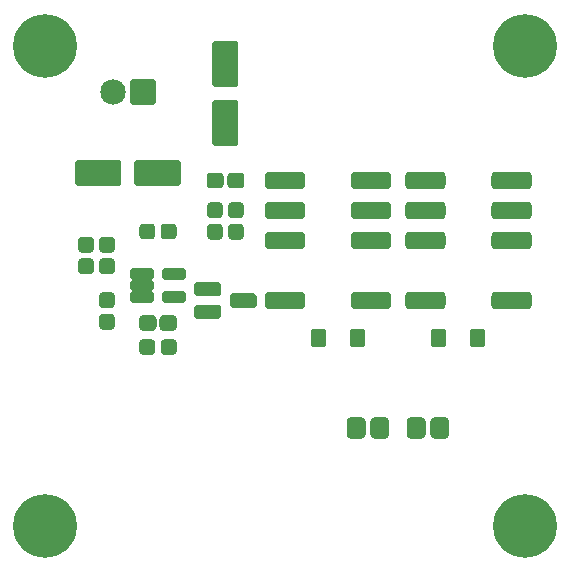
<source format=gts>
%TF.GenerationSoftware,KiCad,Pcbnew,(5.1.10)-1*%
%TF.CreationDate,2021-10-30T21:19:33-04:00*%
%TF.ProjectId,Z_Brake,5a5f4272-616b-4652-9e6b-696361645f70,rev?*%
%TF.SameCoordinates,Original*%
%TF.FileFunction,Soldermask,Top*%
%TF.FilePolarity,Negative*%
%FSLAX46Y46*%
G04 Gerber Fmt 4.6, Leading zero omitted, Abs format (unit mm)*
G04 Created by KiCad (PCBNEW (5.1.10)-1) date 2021-10-30 21:19:33*
%MOMM*%
%LPD*%
G01*
G04 APERTURE LIST*
%ADD10C,5.400000*%
%ADD11C,2.155000*%
G04 APERTURE END LIST*
%TO.C,RV1*%
G36*
G01*
X91240000Y-111828332D02*
X91240000Y-112961668D01*
G75*
G02*
X90906668Y-113295000I-333332J0D01*
G01*
X89973332Y-113295000D01*
G75*
G02*
X89640000Y-112961668I0J333332D01*
G01*
X89640000Y-111828332D01*
G75*
G02*
X89973332Y-111495000I333332J0D01*
G01*
X90906668Y-111495000D01*
G75*
G02*
X91240000Y-111828332I0J-333332D01*
G01*
G37*
G36*
G01*
X93240000Y-111828332D02*
X93240000Y-112961668D01*
G75*
G02*
X92906668Y-113295000I-333332J0D01*
G01*
X91973332Y-113295000D01*
G75*
G02*
X91640000Y-112961668I0J333332D01*
G01*
X91640000Y-111828332D01*
G75*
G02*
X91973332Y-111495000I333332J0D01*
G01*
X92906668Y-111495000D01*
G75*
G02*
X93240000Y-111828332I0J-333332D01*
G01*
G37*
%TD*%
%TO.C,RV2*%
G36*
G01*
X88160000Y-111828332D02*
X88160000Y-112961668D01*
G75*
G02*
X87826668Y-113295000I-333332J0D01*
G01*
X86893332Y-113295000D01*
G75*
G02*
X86560000Y-112961668I0J333332D01*
G01*
X86560000Y-111828332D01*
G75*
G02*
X86893332Y-111495000I333332J0D01*
G01*
X87826668Y-111495000D01*
G75*
G02*
X88160000Y-111828332I0J-333332D01*
G01*
G37*
G36*
G01*
X86160000Y-111828332D02*
X86160000Y-112961668D01*
G75*
G02*
X85826668Y-113295000I-333332J0D01*
G01*
X84893332Y-113295000D01*
G75*
G02*
X84560000Y-112961668I0J333332D01*
G01*
X84560000Y-111828332D01*
G75*
G02*
X84893332Y-111495000I333332J0D01*
G01*
X85826668Y-111495000D01*
G75*
G02*
X86160000Y-111828332I0J-333332D01*
G01*
G37*
%TD*%
%TO.C,C1*%
G36*
G01*
X70180000Y-103167500D02*
X70180000Y-103842500D01*
G75*
G02*
X69842500Y-104180000I-337500J0D01*
G01*
X69042500Y-104180000D01*
G75*
G02*
X68705000Y-103842500I0J337500D01*
G01*
X68705000Y-103167500D01*
G75*
G02*
X69042500Y-102830000I337500J0D01*
G01*
X69842500Y-102830000D01*
G75*
G02*
X70180000Y-103167500I0J-337500D01*
G01*
G37*
G36*
G01*
X68455000Y-103167500D02*
X68455000Y-103842500D01*
G75*
G02*
X68117500Y-104180000I-337500J0D01*
G01*
X67317500Y-104180000D01*
G75*
G02*
X66980000Y-103842500I0J337500D01*
G01*
X66980000Y-103167500D01*
G75*
G02*
X67317500Y-102830000I337500J0D01*
G01*
X68117500Y-102830000D01*
G75*
G02*
X68455000Y-103167500I0J-337500D01*
G01*
G37*
%TD*%
%TO.C,D1*%
G36*
G01*
X66590000Y-91705000D02*
X66590000Y-89905000D01*
G75*
G02*
X66790000Y-89705000I200000J0D01*
G01*
X70290000Y-89705000D01*
G75*
G02*
X70490000Y-89905000I0J-200000D01*
G01*
X70490000Y-91705000D01*
G75*
G02*
X70290000Y-91905000I-200000J0D01*
G01*
X66790000Y-91905000D01*
G75*
G02*
X66590000Y-91705000I0J200000D01*
G01*
G37*
G36*
G01*
X61590000Y-91705000D02*
X61590000Y-89905000D01*
G75*
G02*
X61790000Y-89705000I200000J0D01*
G01*
X65290000Y-89705000D01*
G75*
G02*
X65490000Y-89905000I0J-200000D01*
G01*
X65490000Y-91705000D01*
G75*
G02*
X65290000Y-91905000I-200000J0D01*
G01*
X61790000Y-91905000D01*
G75*
G02*
X61590000Y-91705000I0J200000D01*
G01*
G37*
%TD*%
%TO.C,D2*%
G36*
G01*
X92980000Y-104175000D02*
X92980000Y-105375000D01*
G75*
G02*
X92780000Y-105575000I-200000J0D01*
G01*
X91880000Y-105575000D01*
G75*
G02*
X91680000Y-105375000I0J200000D01*
G01*
X91680000Y-104175000D01*
G75*
G02*
X91880000Y-103975000I200000J0D01*
G01*
X92780000Y-103975000D01*
G75*
G02*
X92980000Y-104175000I0J-200000D01*
G01*
G37*
G36*
G01*
X96280000Y-104175000D02*
X96280000Y-105375000D01*
G75*
G02*
X96080000Y-105575000I-200000J0D01*
G01*
X95180000Y-105575000D01*
G75*
G02*
X94980000Y-105375000I0J200000D01*
G01*
X94980000Y-104175000D01*
G75*
G02*
X95180000Y-103975000I200000J0D01*
G01*
X96080000Y-103975000D01*
G75*
G02*
X96280000Y-104175000I0J-200000D01*
G01*
G37*
%TD*%
%TO.C,D3*%
G36*
G01*
X86120000Y-104175000D02*
X86120000Y-105375000D01*
G75*
G02*
X85920000Y-105575000I-200000J0D01*
G01*
X85020000Y-105575000D01*
G75*
G02*
X84820000Y-105375000I0J200000D01*
G01*
X84820000Y-104175000D01*
G75*
G02*
X85020000Y-103975000I200000J0D01*
G01*
X85920000Y-103975000D01*
G75*
G02*
X86120000Y-104175000I0J-200000D01*
G01*
G37*
G36*
G01*
X82820000Y-104175000D02*
X82820000Y-105375000D01*
G75*
G02*
X82620000Y-105575000I-200000J0D01*
G01*
X81720000Y-105575000D01*
G75*
G02*
X81520000Y-105375000I0J200000D01*
G01*
X81520000Y-104175000D01*
G75*
G02*
X81720000Y-103975000I200000J0D01*
G01*
X82620000Y-103975000D01*
G75*
G02*
X82820000Y-104175000I0J-200000D01*
G01*
G37*
%TD*%
%TO.C,D4*%
G36*
G01*
X72695000Y-91777500D02*
X72695000Y-91102500D01*
G75*
G02*
X73032500Y-90765000I337500J0D01*
G01*
X73807500Y-90765000D01*
G75*
G02*
X74145000Y-91102500I0J-337500D01*
G01*
X74145000Y-91777500D01*
G75*
G02*
X73807500Y-92115000I-337500J0D01*
G01*
X73032500Y-92115000D01*
G75*
G02*
X72695000Y-91777500I0J337500D01*
G01*
G37*
G36*
G01*
X74445000Y-91777500D02*
X74445000Y-91102500D01*
G75*
G02*
X74782500Y-90765000I337500J0D01*
G01*
X75557500Y-90765000D01*
G75*
G02*
X75895000Y-91102500I0J-337500D01*
G01*
X75895000Y-91777500D01*
G75*
G02*
X75557500Y-92115000I-337500J0D01*
G01*
X74782500Y-92115000D01*
G75*
G02*
X74445000Y-91777500I0J337500D01*
G01*
G37*
%TD*%
%TO.C,D5*%
G36*
G01*
X75195000Y-88524000D02*
X73395000Y-88524000D01*
G75*
G02*
X73195000Y-88324000I0J200000D01*
G01*
X73195000Y-84824000D01*
G75*
G02*
X73395000Y-84624000I200000J0D01*
G01*
X75195000Y-84624000D01*
G75*
G02*
X75395000Y-84824000I0J-200000D01*
G01*
X75395000Y-88324000D01*
G75*
G02*
X75195000Y-88524000I-200000J0D01*
G01*
G37*
G36*
G01*
X75195000Y-83524000D02*
X73395000Y-83524000D01*
G75*
G02*
X73195000Y-83324000I0J200000D01*
G01*
X73195000Y-79824000D01*
G75*
G02*
X73395000Y-79624000I200000J0D01*
G01*
X75195000Y-79624000D01*
G75*
G02*
X75395000Y-79824000I0J-200000D01*
G01*
X75395000Y-83324000D01*
G75*
G02*
X75195000Y-83524000I-200000J0D01*
G01*
G37*
%TD*%
D10*
%TO.C,MH1*%
X59055000Y-80010000D03*
%TD*%
%TO.C,MH2*%
X99695000Y-80010000D03*
%TD*%
%TO.C,MH3*%
X59055000Y-120650000D03*
%TD*%
%TO.C,MH4*%
X99695000Y-120650000D03*
%TD*%
%TO.C,P2*%
G36*
G01*
X66232500Y-84822500D02*
X66232500Y-83067500D01*
G75*
G02*
X66432500Y-82867500I200000J0D01*
G01*
X68187500Y-82867500D01*
G75*
G02*
X68387500Y-83067500I0J-200000D01*
G01*
X68387500Y-84822500D01*
G75*
G02*
X68187500Y-85022500I-200000J0D01*
G01*
X66432500Y-85022500D01*
G75*
G02*
X66232500Y-84822500I0J200000D01*
G01*
G37*
D11*
X64770000Y-83945000D03*
%TD*%
%TO.C,Q1*%
G36*
G01*
X71645000Y-101050000D02*
X71645000Y-100250000D01*
G75*
G02*
X71845000Y-100050000I200000J0D01*
G01*
X73745000Y-100050000D01*
G75*
G02*
X73945000Y-100250000I0J-200000D01*
G01*
X73945000Y-101050000D01*
G75*
G02*
X73745000Y-101250000I-200000J0D01*
G01*
X71845000Y-101250000D01*
G75*
G02*
X71645000Y-101050000I0J200000D01*
G01*
G37*
G36*
G01*
X71645000Y-102950000D02*
X71645000Y-102150000D01*
G75*
G02*
X71845000Y-101950000I200000J0D01*
G01*
X73745000Y-101950000D01*
G75*
G02*
X73945000Y-102150000I0J-200000D01*
G01*
X73945000Y-102950000D01*
G75*
G02*
X73745000Y-103150000I-200000J0D01*
G01*
X71845000Y-103150000D01*
G75*
G02*
X71645000Y-102950000I0J200000D01*
G01*
G37*
G36*
G01*
X74645000Y-102000000D02*
X74645000Y-101200000D01*
G75*
G02*
X74845000Y-101000000I200000J0D01*
G01*
X76745000Y-101000000D01*
G75*
G02*
X76945000Y-101200000I0J-200000D01*
G01*
X76945000Y-102000000D01*
G75*
G02*
X76745000Y-102200000I-200000J0D01*
G01*
X74845000Y-102200000D01*
G75*
G02*
X74645000Y-102000000I0J200000D01*
G01*
G37*
%TD*%
%TO.C,R1*%
G36*
G01*
X62146500Y-96190000D02*
X62821500Y-96190000D01*
G75*
G02*
X63159000Y-96527500I0J-337500D01*
G01*
X63159000Y-97227500D01*
G75*
G02*
X62821500Y-97565000I-337500J0D01*
G01*
X62146500Y-97565000D01*
G75*
G02*
X61809000Y-97227500I0J337500D01*
G01*
X61809000Y-96527500D01*
G75*
G02*
X62146500Y-96190000I337500J0D01*
G01*
G37*
G36*
G01*
X62146500Y-98015000D02*
X62821500Y-98015000D01*
G75*
G02*
X63159000Y-98352500I0J-337500D01*
G01*
X63159000Y-99052500D01*
G75*
G02*
X62821500Y-99390000I-337500J0D01*
G01*
X62146500Y-99390000D01*
G75*
G02*
X61809000Y-99052500I0J337500D01*
G01*
X61809000Y-98352500D01*
G75*
G02*
X62146500Y-98015000I337500J0D01*
G01*
G37*
%TD*%
%TO.C,R2*%
G36*
G01*
X64599500Y-104089000D02*
X63924500Y-104089000D01*
G75*
G02*
X63587000Y-103751500I0J337500D01*
G01*
X63587000Y-103051500D01*
G75*
G02*
X63924500Y-102714000I337500J0D01*
G01*
X64599500Y-102714000D01*
G75*
G02*
X64937000Y-103051500I0J-337500D01*
G01*
X64937000Y-103751500D01*
G75*
G02*
X64599500Y-104089000I-337500J0D01*
G01*
G37*
G36*
G01*
X64599500Y-102264000D02*
X63924500Y-102264000D01*
G75*
G02*
X63587000Y-101926500I0J337500D01*
G01*
X63587000Y-101226500D01*
G75*
G02*
X63924500Y-100889000I337500J0D01*
G01*
X64599500Y-100889000D01*
G75*
G02*
X64937000Y-101226500I0J-337500D01*
G01*
X64937000Y-101926500D01*
G75*
G02*
X64599500Y-102264000I-337500J0D01*
G01*
G37*
%TD*%
%TO.C,R3*%
G36*
G01*
X63924500Y-98015000D02*
X64599500Y-98015000D01*
G75*
G02*
X64937000Y-98352500I0J-337500D01*
G01*
X64937000Y-99052500D01*
G75*
G02*
X64599500Y-99390000I-337500J0D01*
G01*
X63924500Y-99390000D01*
G75*
G02*
X63587000Y-99052500I0J337500D01*
G01*
X63587000Y-98352500D01*
G75*
G02*
X63924500Y-98015000I337500J0D01*
G01*
G37*
G36*
G01*
X63924500Y-96190000D02*
X64599500Y-96190000D01*
G75*
G02*
X64937000Y-96527500I0J-337500D01*
G01*
X64937000Y-97227500D01*
G75*
G02*
X64599500Y-97565000I-337500J0D01*
G01*
X63924500Y-97565000D01*
G75*
G02*
X63587000Y-97227500I0J337500D01*
G01*
X63587000Y-96527500D01*
G75*
G02*
X63924500Y-96190000I337500J0D01*
G01*
G37*
%TD*%
%TO.C,R4*%
G36*
G01*
X70180000Y-105199500D02*
X70180000Y-105874500D01*
G75*
G02*
X69842500Y-106212000I-337500J0D01*
G01*
X69142500Y-106212000D01*
G75*
G02*
X68805000Y-105874500I0J337500D01*
G01*
X68805000Y-105199500D01*
G75*
G02*
X69142500Y-104862000I337500J0D01*
G01*
X69842500Y-104862000D01*
G75*
G02*
X70180000Y-105199500I0J-337500D01*
G01*
G37*
G36*
G01*
X68355000Y-105199500D02*
X68355000Y-105874500D01*
G75*
G02*
X68017500Y-106212000I-337500J0D01*
G01*
X67317500Y-106212000D01*
G75*
G02*
X66980000Y-105874500I0J337500D01*
G01*
X66980000Y-105199500D01*
G75*
G02*
X67317500Y-104862000I337500J0D01*
G01*
X68017500Y-104862000D01*
G75*
G02*
X68355000Y-105199500I0J-337500D01*
G01*
G37*
%TD*%
%TO.C,R5*%
G36*
G01*
X68805000Y-96095500D02*
X68805000Y-95420500D01*
G75*
G02*
X69142500Y-95083000I337500J0D01*
G01*
X69842500Y-95083000D01*
G75*
G02*
X70180000Y-95420500I0J-337500D01*
G01*
X70180000Y-96095500D01*
G75*
G02*
X69842500Y-96433000I-337500J0D01*
G01*
X69142500Y-96433000D01*
G75*
G02*
X68805000Y-96095500I0J337500D01*
G01*
G37*
G36*
G01*
X66980000Y-96095500D02*
X66980000Y-95420500D01*
G75*
G02*
X67317500Y-95083000I337500J0D01*
G01*
X68017500Y-95083000D01*
G75*
G02*
X68355000Y-95420500I0J-337500D01*
G01*
X68355000Y-96095500D01*
G75*
G02*
X68017500Y-96433000I-337500J0D01*
G01*
X67317500Y-96433000D01*
G75*
G02*
X66980000Y-96095500I0J337500D01*
G01*
G37*
%TD*%
%TO.C,R6*%
G36*
G01*
X73743500Y-96469000D02*
X73068500Y-96469000D01*
G75*
G02*
X72731000Y-96131500I0J337500D01*
G01*
X72731000Y-95431500D01*
G75*
G02*
X73068500Y-95094000I337500J0D01*
G01*
X73743500Y-95094000D01*
G75*
G02*
X74081000Y-95431500I0J-337500D01*
G01*
X74081000Y-96131500D01*
G75*
G02*
X73743500Y-96469000I-337500J0D01*
G01*
G37*
G36*
G01*
X73743500Y-94644000D02*
X73068500Y-94644000D01*
G75*
G02*
X72731000Y-94306500I0J337500D01*
G01*
X72731000Y-93606500D01*
G75*
G02*
X73068500Y-93269000I337500J0D01*
G01*
X73743500Y-93269000D01*
G75*
G02*
X74081000Y-93606500I0J-337500D01*
G01*
X74081000Y-94306500D01*
G75*
G02*
X73743500Y-94644000I-337500J0D01*
G01*
G37*
%TD*%
%TO.C,R7*%
G36*
G01*
X74846500Y-95094000D02*
X75521500Y-95094000D01*
G75*
G02*
X75859000Y-95431500I0J-337500D01*
G01*
X75859000Y-96131500D01*
G75*
G02*
X75521500Y-96469000I-337500J0D01*
G01*
X74846500Y-96469000D01*
G75*
G02*
X74509000Y-96131500I0J337500D01*
G01*
X74509000Y-95431500D01*
G75*
G02*
X74846500Y-95094000I337500J0D01*
G01*
G37*
G36*
G01*
X74846500Y-93269000D02*
X75521500Y-93269000D01*
G75*
G02*
X75859000Y-93606500I0J-337500D01*
G01*
X75859000Y-94306500D01*
G75*
G02*
X75521500Y-94644000I-337500J0D01*
G01*
X74846500Y-94644000D01*
G75*
G02*
X74509000Y-94306500I0J337500D01*
G01*
X74509000Y-93606500D01*
G75*
G02*
X74846500Y-93269000I337500J0D01*
G01*
G37*
%TD*%
%TO.C,U1*%
G36*
G01*
X66250000Y-99705000D02*
X66250000Y-99055000D01*
G75*
G02*
X66450000Y-98855000I200000J0D01*
G01*
X68010000Y-98855000D01*
G75*
G02*
X68210000Y-99055000I0J-200000D01*
G01*
X68210000Y-99705000D01*
G75*
G02*
X68010000Y-99905000I-200000J0D01*
G01*
X66450000Y-99905000D01*
G75*
G02*
X66250000Y-99705000I0J200000D01*
G01*
G37*
G36*
G01*
X66250000Y-100655000D02*
X66250000Y-100005000D01*
G75*
G02*
X66450000Y-99805000I200000J0D01*
G01*
X68010000Y-99805000D01*
G75*
G02*
X68210000Y-100005000I0J-200000D01*
G01*
X68210000Y-100655000D01*
G75*
G02*
X68010000Y-100855000I-200000J0D01*
G01*
X66450000Y-100855000D01*
G75*
G02*
X66250000Y-100655000I0J200000D01*
G01*
G37*
G36*
G01*
X66250000Y-101605000D02*
X66250000Y-100955000D01*
G75*
G02*
X66450000Y-100755000I200000J0D01*
G01*
X68010000Y-100755000D01*
G75*
G02*
X68210000Y-100955000I0J-200000D01*
G01*
X68210000Y-101605000D01*
G75*
G02*
X68010000Y-101805000I-200000J0D01*
G01*
X66450000Y-101805000D01*
G75*
G02*
X66250000Y-101605000I0J200000D01*
G01*
G37*
G36*
G01*
X68950000Y-101605000D02*
X68950000Y-100955000D01*
G75*
G02*
X69150000Y-100755000I200000J0D01*
G01*
X70710000Y-100755000D01*
G75*
G02*
X70910000Y-100955000I0J-200000D01*
G01*
X70910000Y-101605000D01*
G75*
G02*
X70710000Y-101805000I-200000J0D01*
G01*
X69150000Y-101805000D01*
G75*
G02*
X68950000Y-101605000I0J200000D01*
G01*
G37*
G36*
G01*
X68950000Y-99705000D02*
X68950000Y-99055000D01*
G75*
G02*
X69150000Y-98855000I200000J0D01*
G01*
X70710000Y-98855000D01*
G75*
G02*
X70910000Y-99055000I0J-200000D01*
G01*
X70910000Y-99705000D01*
G75*
G02*
X70710000Y-99905000I-200000J0D01*
G01*
X69150000Y-99905000D01*
G75*
G02*
X68950000Y-99705000I0J200000D01*
G01*
G37*
%TD*%
%TO.C,K1*%
G36*
G01*
X92584250Y-102355000D02*
X89863750Y-102355000D01*
G75*
G02*
X89524000Y-102015250I0J339750D01*
G01*
X89524000Y-101184750D01*
G75*
G02*
X89863750Y-100845000I339750J0D01*
G01*
X92584250Y-100845000D01*
G75*
G02*
X92924000Y-101184750I0J-339750D01*
G01*
X92924000Y-102015250D01*
G75*
G02*
X92584250Y-102355000I-339750J0D01*
G01*
G37*
G36*
G01*
X92584250Y-97275000D02*
X89863750Y-97275000D01*
G75*
G02*
X89524000Y-96935250I0J339750D01*
G01*
X89524000Y-96104750D01*
G75*
G02*
X89863750Y-95765000I339750J0D01*
G01*
X92584250Y-95765000D01*
G75*
G02*
X92924000Y-96104750I0J-339750D01*
G01*
X92924000Y-96935250D01*
G75*
G02*
X92584250Y-97275000I-339750J0D01*
G01*
G37*
G36*
G01*
X92584250Y-94735000D02*
X89863750Y-94735000D01*
G75*
G02*
X89524000Y-94395250I0J339750D01*
G01*
X89524000Y-93564750D01*
G75*
G02*
X89863750Y-93225000I339750J0D01*
G01*
X92584250Y-93225000D01*
G75*
G02*
X92924000Y-93564750I0J-339750D01*
G01*
X92924000Y-94395250D01*
G75*
G02*
X92584250Y-94735000I-339750J0D01*
G01*
G37*
G36*
G01*
X92584250Y-92195000D02*
X89863750Y-92195000D01*
G75*
G02*
X89524000Y-91855250I0J339750D01*
G01*
X89524000Y-91024750D01*
G75*
G02*
X89863750Y-90685000I339750J0D01*
G01*
X92584250Y-90685000D01*
G75*
G02*
X92924000Y-91024750I0J-339750D01*
G01*
X92924000Y-91855250D01*
G75*
G02*
X92584250Y-92195000I-339750J0D01*
G01*
G37*
G36*
G01*
X99874250Y-92195000D02*
X97153750Y-92195000D01*
G75*
G02*
X96814000Y-91855250I0J339750D01*
G01*
X96814000Y-91024750D01*
G75*
G02*
X97153750Y-90685000I339750J0D01*
G01*
X99874250Y-90685000D01*
G75*
G02*
X100214000Y-91024750I0J-339750D01*
G01*
X100214000Y-91855250D01*
G75*
G02*
X99874250Y-92195000I-339750J0D01*
G01*
G37*
G36*
G01*
X99874250Y-94735000D02*
X97153750Y-94735000D01*
G75*
G02*
X96814000Y-94395250I0J339750D01*
G01*
X96814000Y-93564750D01*
G75*
G02*
X97153750Y-93225000I339750J0D01*
G01*
X99874250Y-93225000D01*
G75*
G02*
X100214000Y-93564750I0J-339750D01*
G01*
X100214000Y-94395250D01*
G75*
G02*
X99874250Y-94735000I-339750J0D01*
G01*
G37*
G36*
G01*
X99874250Y-97275000D02*
X97153750Y-97275000D01*
G75*
G02*
X96814000Y-96935250I0J339750D01*
G01*
X96814000Y-96104750D01*
G75*
G02*
X97153750Y-95765000I339750J0D01*
G01*
X99874250Y-95765000D01*
G75*
G02*
X100214000Y-96104750I0J-339750D01*
G01*
X100214000Y-96935250D01*
G75*
G02*
X99874250Y-97275000I-339750J0D01*
G01*
G37*
G36*
G01*
X99874250Y-102355000D02*
X97153750Y-102355000D01*
G75*
G02*
X96814000Y-102015250I0J339750D01*
G01*
X96814000Y-101184750D01*
G75*
G02*
X97153750Y-100845000I339750J0D01*
G01*
X99874250Y-100845000D01*
G75*
G02*
X100214000Y-101184750I0J-339750D01*
G01*
X100214000Y-102015250D01*
G75*
G02*
X99874250Y-102355000I-339750J0D01*
G01*
G37*
%TD*%
%TO.C,K2*%
G36*
G01*
X87974250Y-102355000D02*
X85253750Y-102355000D01*
G75*
G02*
X84914000Y-102015250I0J339750D01*
G01*
X84914000Y-101184750D01*
G75*
G02*
X85253750Y-100845000I339750J0D01*
G01*
X87974250Y-100845000D01*
G75*
G02*
X88314000Y-101184750I0J-339750D01*
G01*
X88314000Y-102015250D01*
G75*
G02*
X87974250Y-102355000I-339750J0D01*
G01*
G37*
G36*
G01*
X87974250Y-97275000D02*
X85253750Y-97275000D01*
G75*
G02*
X84914000Y-96935250I0J339750D01*
G01*
X84914000Y-96104750D01*
G75*
G02*
X85253750Y-95765000I339750J0D01*
G01*
X87974250Y-95765000D01*
G75*
G02*
X88314000Y-96104750I0J-339750D01*
G01*
X88314000Y-96935250D01*
G75*
G02*
X87974250Y-97275000I-339750J0D01*
G01*
G37*
G36*
G01*
X87974250Y-94735000D02*
X85253750Y-94735000D01*
G75*
G02*
X84914000Y-94395250I0J339750D01*
G01*
X84914000Y-93564750D01*
G75*
G02*
X85253750Y-93225000I339750J0D01*
G01*
X87974250Y-93225000D01*
G75*
G02*
X88314000Y-93564750I0J-339750D01*
G01*
X88314000Y-94395250D01*
G75*
G02*
X87974250Y-94735000I-339750J0D01*
G01*
G37*
G36*
G01*
X87974250Y-92195000D02*
X85253750Y-92195000D01*
G75*
G02*
X84914000Y-91855250I0J339750D01*
G01*
X84914000Y-91024750D01*
G75*
G02*
X85253750Y-90685000I339750J0D01*
G01*
X87974250Y-90685000D01*
G75*
G02*
X88314000Y-91024750I0J-339750D01*
G01*
X88314000Y-91855250D01*
G75*
G02*
X87974250Y-92195000I-339750J0D01*
G01*
G37*
G36*
G01*
X80684250Y-92195000D02*
X77963750Y-92195000D01*
G75*
G02*
X77624000Y-91855250I0J339750D01*
G01*
X77624000Y-91024750D01*
G75*
G02*
X77963750Y-90685000I339750J0D01*
G01*
X80684250Y-90685000D01*
G75*
G02*
X81024000Y-91024750I0J-339750D01*
G01*
X81024000Y-91855250D01*
G75*
G02*
X80684250Y-92195000I-339750J0D01*
G01*
G37*
G36*
G01*
X80684250Y-94735000D02*
X77963750Y-94735000D01*
G75*
G02*
X77624000Y-94395250I0J339750D01*
G01*
X77624000Y-93564750D01*
G75*
G02*
X77963750Y-93225000I339750J0D01*
G01*
X80684250Y-93225000D01*
G75*
G02*
X81024000Y-93564750I0J-339750D01*
G01*
X81024000Y-94395250D01*
G75*
G02*
X80684250Y-94735000I-339750J0D01*
G01*
G37*
G36*
G01*
X80684250Y-97275000D02*
X77963750Y-97275000D01*
G75*
G02*
X77624000Y-96935250I0J339750D01*
G01*
X77624000Y-96104750D01*
G75*
G02*
X77963750Y-95765000I339750J0D01*
G01*
X80684250Y-95765000D01*
G75*
G02*
X81024000Y-96104750I0J-339750D01*
G01*
X81024000Y-96935250D01*
G75*
G02*
X80684250Y-97275000I-339750J0D01*
G01*
G37*
G36*
G01*
X80684250Y-102355000D02*
X77963750Y-102355000D01*
G75*
G02*
X77624000Y-102015250I0J339750D01*
G01*
X77624000Y-101184750D01*
G75*
G02*
X77963750Y-100845000I339750J0D01*
G01*
X80684250Y-100845000D01*
G75*
G02*
X81024000Y-101184750I0J-339750D01*
G01*
X81024000Y-102015250D01*
G75*
G02*
X80684250Y-102355000I-339750J0D01*
G01*
G37*
%TD*%
M02*

</source>
